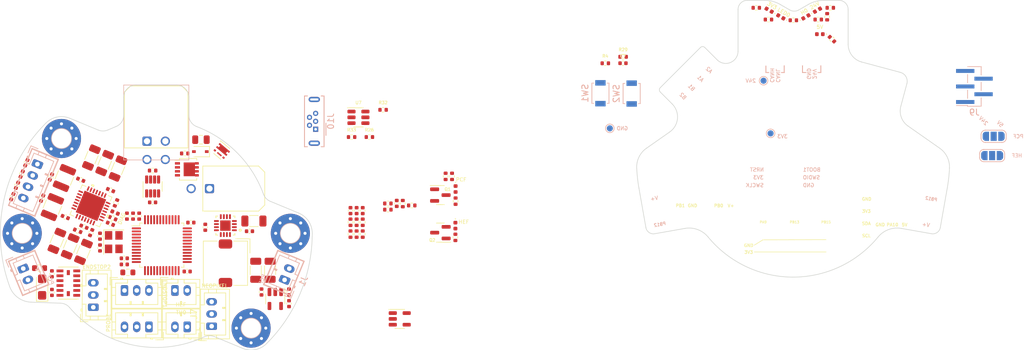
<source format=kicad_pcb>
(kicad_pcb (version 20211014) (generator pcbnew)
  (title_block (rev "1"))
  (layers (0 "F.Cu" signal "Front") (1 "In1.Cu" signal) (2 "In2.Cu" signal) (31 "B.Cu" signal "Back") (34 "B.Paste" user) (35 "F.Paste" user) (36 "B.SilkS" user "B.Silkscreen") (37 "F.SilkS" user "F.Silkscreen") (38 "B.Mask" user) (39 "F.Mask" user) (44 "Edge.Cuts" user))
  (net 0 "")
  (net 1 "Net-(C1-Pad1)")
  (net 2 "GND")
  (net 3 "OSC_IN")
  (net 4 "VBAT")
  (net 5 "OSC_OUT")
  (net 6 "VDDA")
  (net 7 "TH0")
  (net 8 "+5V")
  (net 9 "ENDSTOP1")
  (net 10 "ENDSTOP2")
  (net 11 "PROBE")
  (net 12 "TMC_VS")
  (net 13 "Net-(C26-Pad1)")
  (net 14 "CANL")
  (net 15 "CANH")
  (net 16 "BRA")
  (net 17 "A1")
  (net 18 "A2")
  (net 19 "Net-(C22-Pad1)")
  (net 20 "B1")
  (net 21 "B2")
  (net 22 "BRB")
  (net 23 "Net-(C22-Pad2)")
  (net 24 "Net-(D1-Pad1)")
  (net 25 "Net-(D1-Pad2)")
  (net 26 "Net-(D2-Pad1)")
  (net 27 "Net-(D2-Pad2)")
  (net 28 "Net-(J6-Pad2)")
  (net 29 "Net-(D3-Pad2)")
  (net 30 "Net-(D4-Pad1)")
  (net 31 "Net-(D5-Pad1)")
  (net 32 "Net-(D6-Pad1)")
  (net 33 "Net-(D7-Pad1)")
  (net 34 "Net-(D9-Pad2)")
  (net 35 "Net-(J1-Pad2)")
  (net 36 "Net-(J3-Pad2)")
  (net 37 "Net-(J4-Pad1)")
  (net 38 "Net-(J7-Pad2)")
  (net 39 "SCL")
  (net 40 "SDA")
  (net 41 "SWCLK")
  (net 42 "SWDIO")
  (net 43 "BOOT1")
  (net 44 "USB_DP")
  (net 46 "USB_DM")
  (net 47 "Net-(C28-Pad2)")
  (net 48 "Net-(J10-Pad1)")
  (net 49 "Net-(J13-Pad3)")
  (net 50 "Net-(J14-Pad3)")
  (net 51 "Net-(J10-Pad2)")
  (net 52 "PC-FAN")
  (net 53 "HE-FAN")
  (net 54 "HEATER")
  (net 55 "LED0")
  (net 56 "ST_ENN")
  (net 57 "ST_DIAG")
  (net 58 "ST_TX")
  (net 59 "ST_RX")
  (net 60 "CAN_TX")
  (net 61 "CAN_RX")
  (net 63 "ADXL_CS")
  (net 64 "ADXL_INT1")
  (net 68 "SDO")
  (net 69 "SDI")
  (net 70 "SCLK")
  (net 73 "NEOPIXEL")
  (net 74 "ST_STEP")
  (net 75 "ST_DIR")
  (net 81 "Net-(C27-Pad1)")
  (net 82 "Net-(C26-Pad2)")
  (net 87 "Net-(J12-Pad3)")
  (net 88 "Net-(R33-Pad2)")
  (net 89 "Net-(J10-Pad3)")
  (net 95 "Net-(Q3-Pad2)")
  (net 96 "RESET")
  (net 97 "BOOT0")
  (net 98 "Net-(Q1-Pad1)")
  (net 99 "Net-(Q2-Pad1)")
  (net 100 "PWR")
  (net 101 "Net-(F1-Pad1)")
  (net 102 "Net-(D8-Pad2)")
  (net 103 "Net-(R32-Pad2)")
  (footprint "Crystal:Crystal_SMD_3225-4Pin_3.2x2.5mm" (layer "F.Cu") (at 102.9 84.1 -90)
    (fp_text reference "Y1" hide)
    (fp_text value "8MHz" hide)
  )
  (footprint "Capacitor_SMD:C_0402_1005Metric" (layer "F.Cu") (at 92.62238 73.455869 67.5)
    (fp_text reference "C35" hide)
    (fp_text value "100n/35V" hide)
  )
  (footprint "Capacitor_SMD:C_0402_1005Metric" (layer "F.Cu") (at 87.079064 74.818238 67.5)
    (fp_text reference "C41" hide)
    (fp_text value "1n/50V" hide)
  )
  (footprint "Resistor_SMD:R_0402_1005Metric" (layer "F.Cu") (at 141.6 80.85 -90)
    (fp_text reference "R22" hide)
    (fp_text value "10k" hide)
  )
  (footprint "Resistor_SMD:R_0603_1608Metric" (layer "F.Cu") (at 90.762401 88.349999 180)
    (fp_text reference "FB1" hide)
    (fp_text value "GZ1608D601TF" hide)
  )
  (footprint "MountingHole:MountingHole_3.2mm_M3_Pad_Via" (layer "F.Cu") (at 125.347679 98.159769)
    (fp_text reference "H4" hide)
    (fp_text value "MountingHole_Pad" hide)
  )
  (footprint "Connector_JST:JST_PH_B3B-PH-K_1x03_P2.00mm_Vertical" (layer "F.Cu") (at 104.65 92)
    (fp_text reference "J12" hide)
    (fp_text value "ENDSTOP1")
  )
  (footprint "Capacitor_SMD:C_0402_1005Metric" (layer "F.Cu") (at 87.844432 72.970478 67.5)
    (fp_text reference "C36" hide)
    (fp_text value "1n/50V" hide)
  )
  (footprint "Capacitor_SMD:C_0402_1005Metric" (layer "F.Cu") (at 92.787401 92.319999 90)
    (fp_text reference "C3" hide)
    (fp_text value "100n" hide)
  )
  (footprint "Capacitor_SMD:C_0402_1005Metric" (layer "F.Cu") (at 86.313697 76.665997 67.5)
    (fp_text reference "C45" hide)
    (fp_text value "1n/50V" hide)
  )
  (footprint "Resistor_SMD:R_0402_1005Metric" (layer "F.Cu") (at 141.6 82.79 -90)
    (fp_text reference "R21" hide)
    (fp_text value "10k" hide)
  )
  (footprint "Resistor_SMD:R_0402_1005Metric" (layer "F.Cu") (at 103.26203 77.689774 -112.5)
    (fp_text reference "R25" hide)
    (fp_text value "1k" hide)
  )
  (footprint "Resistor_SMD:R_0402_1005Metric" (layer "F.Cu") (at 186.17 53.8)
    (fp_text reference "R29")
    (fp_text value "100k")
  )
  (footprint "Resistor_SMD:R_0402_1005Metric" (layer "F.Cu") (at 147.71 78.79 180)
    (fp_text reference "R5" hide)
    (fp_text value "10k" hide)
  )
  (footprint "Package_TO_SOT_SMD:SOT-23-5" (layer "F.Cu") (at 129.3 93.4 -90)
    (fp_text reference "U4" hide)
    (fp_text value "LP5907MFX-3.3" hide)
  )
  (footprint "Resistor_SMD:R_0402_1005Metric" (layer "F.Cu") (at 209.93 47.71 180)
    (fp_text reference "R20" hide)
    (fp_text value "120" hide)
  )
  (footprint "Resistor_SMD:R_0402_1005Metric" (layer "F.Cu") (at 207.94 45.79 180)
    (fp_text reference "R17" hide)
    (fp_text value "120" hide)
  )
  (footprint "Capacitor_SMD:C_1206_3216Metric" (layer "F.Cu") (at 103.586815 72.071388 67.5)
    (fp_text reference "C44" hide)
    (fp_text value "10u/35V" hide)
  )
  (footprint "Capacitor_SMD:C_0402_1005Metric" (layer "F.Cu") (at 131.55 94.15 90)
    (fp_text reference "C18" hide)
    (fp_text value "1u" hide)
  )
  (footprint "Capacitor_SMD:C_0402_1005Metric" (layer "F.Cu") (at 106.05 79.85 90)
    (fp_text reference "C6" hide)
    (fp_text value "100n" hide)
  )
  (footprint "Resistor_SMD:R_0402_1005Metric" (layer "F.Cu") (at 97 82.25 157.5)
    (fp_text reference "R23" hide)
    (fp_text value "100k" hide)
  )
  (footprint "TS30041:Semtech-QFN16-0-0-0" (layer "F.Cu") (at 121.145001 81.4 180)
    (fp_text reference "U6" hide)
    (fp_text value "TS30041-M050QFNR" hide)
  )
  (footprint "Resistor_SMD:R_0402_1005Metric" (layer "F.Cu") (at 183.26 54.86)
    (fp_text reference "R4")
    (fp_text value "10k")
  )
  (footprint "Capacitor_SMD:C_0402_1005Metric" (layer "F.Cu") (at 186.15 54.85)
    (fp_text reference "C7")
    (fp_text value "100n")
  )
  (footprint "Capacitor_Tantalum_SMD:CP_EIA-3216-18_Kemet-A" (layer "F.Cu") (at 91.187401 91.449999 90)
    (fp_text reference "C1" hide)
    (fp_text value "10u" hide)
  )
  (footprint "LED_SMD:LED_0402_1005Metric" (layer "F.Cu") (at 211.949978 47.27 150)
    (fp_text reference "D7" hide)
    (fp_text value "LED0")
  )
  (footprint "Capacitor_SMD:C_0402_1005Metric" (layer "F.Cu") (at 100.65 83.13 -90)
    (fp_text reference "C2" hide)
    (fp_text value "12p" hide)
  )
  (footprint "Resistor_SMD:R_0402_1005Metric" (layer "F.Cu") (at 219.53 47.25 90)
    (fp_text reference "R9" hide)
    (fp_text value "150" hide)
  )
  (footprint "LED_SMD:LED_0402_1005Metric" (layer "F.Cu") (at 210.04 46.18 150)
    (fp_text reference "D6" hide)
    (fp_text value "3V3")
  )
  (footprint "MountingHole:MountingHole_3.2mm_M3_Pad_Via" (layer "F.Cu") (at 94.348117 67.160207)
    (fp_text reference "H3" hide)
    (fp_text value "MountingHole_Pad" hide)
  )
  (footprint "Capacitor_SMD:C_0402_1005Metric" (layer "F.Cu") (at 100.65 85.05 90)
    (fp_text reference "C5" hide)
    (fp_text value "12p" hide)
  )
  (footprint "Capacitor_SMD:C_1206_3216Metric" (layer "F.Cu") (at 93.6 83.9 -112.5)
    (fp_text reference "C43" hide)
    (fp_text value "10u/35V" hide)
  )
  (footprint "Connector_JST:JST_PH_B2B-PH-K_1x02_P2.00mm_Vertical" (layer "F.Cu") (at 114.9 97.95 180)
    (fp_text reference "J3" hide)
    (fp_text value "HEF")
  )
  (footprint "Capacitor_SMD:C_1206_3216Metric" (layer "F.Cu") (at 99.244583 70.272777 67.5)
    (fp_text reference "C25" hide)
    (fp_text value "10u/35V" hide)
  )
  (footprint "Package_TO_SOT_SMD:SOT-23-5" (layer "F.Cu") (at 149.65 96.65)
    (fp_text reference "U3" hide)
    (fp_text value "74LVC1G17" hide)
  )
  (footprint "Package_TO_SOT_SMD:Vishay_PowerPAK_SC70-6L_Single" (layer "F.Cu") (at 120.55 69.2 -40)
    (fp_text reference "Q4" hide)
    (fp_text value "SiA449DJ" hide)
  )
  (footprint "Capacitor_SMD:C_0402_1005Metric" (layer "F.Cu") (at 141.6 78.95 90)
    (fp_text reference "C23" hide)
    (fp_text value "100n" hide)
  )
  (footprint "Package_QFP:LQFP-48_7x7mm_P0.5mm" (layer "F.Cu") (at 110.75 84.6)
    (fp_text reference "U2" hide)
    (fp_text value "STM32F103C8Tx" hide)
  )
  (footprint "Resistor_SMD:R_0402_1005Metric" (layer "F.Cu") (at 218.07 47.71 180)
    (fp_text reference "R10" hide)
    (fp_text value "2.2k" hide)
  )
  (footprint "Capacitor_SMD:C_0402_1005Metric" (layer "F.Cu") (at 107.05 79.85 90)
    (fp_text reference "C11" hide)
    (fp_text value "4.7u" hide)
  )
  (footprint "Resistor_SMD:R_0402_1005Metric" (layer "F.Cu") (at 143.6 82.79 -90)
    (fp_text reference "R14" hide)
    (fp_text value "10k" hide)
  )
  (footprint "Capacitor_SMD:C_0402_1005Metric" (layer "F.Cu") (at 115.5 80.9)
    (fp_text reference "C9" hide)
    (fp_text value "100n" hide)
  )
  (footprint "Resistor_SMD:R_0402_1005Metric" (layer "F.Cu") (at 102.72648 80.184746 157.5)
    (fp_text reference "R24" hide)
    (fp_text value "120" hide)
  )
  (footprint "Connector_JST:JST_PH_B3B-PH-K_1x03_P2.00mm_Vertical" (layer "F.Cu") (at 118.9 97.85 90)
    (fp_text reference "J7")
    (fp_text value "NEOPIXEL")
  )
  (footprint "LED_SMD:LED_0402_1005Metric" (layer "F.Cu") (at 103.109164 79.260867 -22.5)
    (fp_text reference "D9" hide)
    (fp_text value "DIAG")
  )
  (footprint "Capacitor_SMD:C_0402_1005Metric" (layer "F.Cu") (at 104.62 86.745 180)
    (fp_text reference "C13" hide)
    (fp_text value "1u" hide)
  )
  (footprint "Capacitor_SMD:C_1206_3216Metric" (layer "F.Cu") (at 97.942237 85.698611 -112.5)
    (fp_text reference "C31" hide)
    (fp_text value "10u/35V" hide)
  )
  (footprint "Resistor_SMD:R_1210_3225Metric" (layer "F.Cu") (at 92.859587 78.370767 67.5)
    (fp_text reference "R30" hide)
    (fp_text value "0.5Ω, 1%, 0.5W, 1210" hide)
  )
  (footprint "footprints:TMC2209-LA" (layer "F.Cu") (at 99.16687 78.16911 67.5)
    (fp_text reference "U5" hide)
    (fp_text value "TMC2209-LA" hide)
  )
  (footprint "Resistor_SMD:R_0402_1005Metric" (layer "F.Cu") (at 109.25 72.4 180)
    (fp_text reference "R27" hide)
    (fp_text value "120R" hide)
  )
  (footprint "Resistor_SMD:R_0402_1005Metric" (layer "F.Cu") (at 144.69 66.92)
    (fp_text reference "R26")
    (fp_text value "1.5k")
  )
  (footprint "Capacitor_SMD:C_1206_3216Metric" (layer "F.Cu") (at 128.4575 88.7 90)
    (fp_text reference "C30" hide)
    (fp_text value "22u" hide)
  )
  (footprint "Resistor_SMD:R_0402_1005Metric" (layer "F.Cu") (at 143.6 80.85 90)
    (fp_text reference "R15" hide)
    (fp_text value "10k" hide)
  )
  (footprint "Resistor_SMD:R_0402_1005Metric" (layer "F.Cu") (at 150.15 77.8 90)
    (fp_text reference "R12" hide)
    (fp_text value "10k" hide)
  )
  (footprint "Resistor_SMD:R_0402_1005Metric" (layer "F.Cu") (at 214 47.83 180)
    (fp_text reference "R13" hide)
    (fp_text value "2.2k" hide)
  )
  (footprint "Resistor_SMD:R_0402_1005Metric" (layer "F.Cu") (at 158.75 83.319999 90)
    (fp_text reference "R7" hide)
    (fp_text value "2.2k" hide)
  )
  (footprint "Resistor_SMD:R_0402_1005Metric" (layer "F.Cu") (at 141.78 66.92)
    (fp_text reference "R33")
    (fp_text value "27")
  )
  (footprint "Resistor_SMD:R_0402_1005Metric" (layer "F.Cu") (at 158.78 77.4 90)
    (fp_text reference "R3" hide)
    (fp_text value "2.2k" hide)
  )
  (footprint "Resistor_SMD:R_0402_1005Metric" (layer "F.Cu") (at 220.04 45.79 180)
    (fp_text reference "R8" hide)
    (fp_text value "10k" hide)
  )
  (footprint "Capacitor_SMD:C_0402_1005Metric" (layer "F.Cu") (at 117.8575 81.67 90)
    (fp_text reference "C22" hide)
    (fp_text value "22n" hide)
  )
  (footprint "Capacitor_SMD:C_0402_1005Metric" (layer "F.Cu") (at 127.049999 92.250001 -90)
    (fp_text reference "C15" hide)
    (fp_text value "1u" hide)
  )
  (footprint "Connector_Molex:Molex_Micro-Fit_3.0_43045-0400_2x02_P3.00mm_Horizontal" (layer "F.Cu") (at 108.33 67.595)
    (fp_text reference "J11" hide)
    (fp_text value "CAN" hide)
  )
  (footprint "Capacitor_SMD:C_0402_1005Metric" (layer "F.Cu") (at 149.16 77.77 -90)
    (fp_text reference "C14" hide)
    (fp_text value "100n" hide)
  )
  (footprint "Capacitor_SMD:C_0402_1005Metric" (layer "F.Cu") (at 109.25 77.6)
    (fp_text reference "C40" hide)
    (fp_text value "100n" hide)
  )
  (footprint "Capacitor_SMD:C_0402_1005Metric" (layer "F.Cu") (at 143.6 78.95 90)
    (fp_text reference "C17" hide)
    (fp_text value "100n" hide)
  )
  (footprint "Capacitor_SMD:C_0402_1005Metric" (layer "F.Cu") (at 105.05 79.85 90)
    (fp_text reference "C10" hide)
    (fp_text value "100n" hide)
  )
  (footprint "Connector_Molex:Molex_Micro-Fit_3.0_43045-0200_2x01_P3.00mm_Horizontal" (layer "F.Cu") (at 118.55 75.35 -90)
    (fp_text reference "J6" hide)
    (fp_text value "H0" hide)
  )
  (footprint "Capacitor_SMD:C_0402_1005Metric" (layer "F.Cu") (at 114.9 88.9)
    (fp_text reference "C8" hide)
    (fp_text value "100n" hide)
  )
  (footprint "MountingHole:MountingHole_3.2mm_M3_Pad_Via" (layer "F.Cu") (at 87.927898 82.659988)
    (fp_text reference "H2" hide)
    (fp_text value "MountingHole_Pad" hide)
  )
  (footprint "Capacitor_SMD:C_0402_1005Metric" (layer "F.Cu") (at 98.024964 81.579199 -22.5)
    (fp_text reference "C26" hide)
    (fp_text value "22n/50V" hide)
  )
  (footprint "Connector_JST:JST_PH_B2B-PH-K_1x02_P2.00mm_Vertical" (layer "F.Cu") (at 112.9 92)
    (fp_text reference "J4" hide)
    (fp_text value "TH0")
  )
  (footprint "MountingHole:MountingHole_3.2mm_M3_Pad_Via" (layer "F.Cu") (at 131.767898 82.659988)
    (fp_text reference "H1" hide)
    (fp_text value "MountingHole_Pad" hide)
  )
  (footprint "Capacitor_SMD:C_0402_1005Metric" (layer "F.Cu") (at 102.373812 75.600858 -22.5)
    (fp_text reference "C47" hide)
    (fp_text value "100n" hide)
  )
  (footprint "Resistor_SMD:R_0402_1005Metric" (layer "F.Cu") (at 147.71 77.78)
    (fp_text reference "R6" hide)
    (fp_text value "150" hide)
  )
  (footprint "Capacitor_SMD:C_0402_1005Metric" (layer "F.Cu") (at 94.966079 80.00098 157.5)
    (fp_text reference "C38" hide)
    (fp_text value "100n/35V" hide)
  )
  (footprint "Resistor_SMD:R_0603_1608Metric" (layer "F.Cu") (at 105.2 89.05)
    (fp_text reference "FB2" hide)
    (fp_text value "GZ1608D601TF" hide)
  )
  (footprint "Connector_JST:JST_PH_B3B-PH-K_1x03_P2.00mm_Vertical" (layer "F.Cu") (at 108.65 97.95 180)
    (fp_text reference "J14" hide)
    (fp_text value "PROBE")
  )
  (footprint "Capacitor_SMD:C_1206_3216Metric" (layer "F.Cu") (at 125.8075 80.65)
    (fp_text reference "C20" hide)
    (fp_text value "10u/35V" hide)
  )
  (footprint "Capacitor_SMD:C_0402_1005Metric" (layer "F.Cu") (at 99.2 82.55 -112.5)
    (fp_text reference "C27" hide)
    (fp_text value "100n/35V" hide)
  )
  (footprint "Resistor_SMD:R_0402_1005Metric" (layer "F.Cu") (at 157.15 73.35 -90)
    (fp_text reference "R1" hide)
    (fp_text value "10k" hide)
  )
  (footprint "footprints:AON7418" (layer "F.Cu") (at 114.845 72.2)
    (fp_text reference "Q3" hide)
    (fp_text value "AON7418" hide)
  )
  (footprint "Capacitor_SMD:C_0402_1005Metric" (layer "F.Cu") (at 102.35 81.1 157.5)
    (fp_text reference "C28" hide)
    (fp_text value "4.7u" hide)
  )
  (footprint "Inductor_SMD:L_TDK_SLF7045" (layer "F.Cu") (at 121.1575 87.55 -90)
    (fp_text reference "L1" hide)
    (fp_text value "4.7u" hide)
  )
  (footprint "Resistor_SMD:R_0402_1005Metric" (layer "F.Cu") (at 142.6 82.79 -90)
    (fp_text reference "R18" hide)
    (fp_text value "10k" hide)
  )
  (footprint "Diode_SMD:D_SOD-323" (layer "F.Cu") (at 117.05 69.3 180)
    (fp_text reference "D8" hide)
    (fp_text value "15V" hide)
  )
  (footprint "LED_SMD:LED_0402_1005Metric" (layer "F.Cu") (at 158.75 81.4 -90)
    (fp_text reference "D2" hide)
    (fp_text value "HEF")
  )
  (footprint "Resistor_SMD:R_0402_1005Metric" (layer "F.Cu") (at 158.2 73.35 90)
    (fp_text reference "R2" hide)
    (fp_text value "150" hide)
  )
  (footprint "Capacitor_SMD:C_0402_1005Metric" (layer "F.Cu") (at 131.55 92.250001 -90)
    (fp_text reference "C16" hide)
    (fp_text value "1u" hide)
  )
  (footprint "Capacitor_SMD:C_0402_1005Metric" (layer "F.Cu") (at 142.6 78.95 90)
    (fp_text reference "C19" hide)
    (fp_text value "100n" hide)
  )
  (footprint "LED_SMD:LED_0402_1005Metric" (layer "F.Cu") (at 217.940022 46.1775 30)
    (fp_text reference "D4" hide)
    (fp_text value "24V")
  )
  (footprint "Capacitor_SMD:C_1206_3216Metric" (layer "F.Cu") (at 126.107499 88.7 90)
    (fp_text reference "C24" hide)
    (fp_text value "22u" hide)
  )
  (footprint "footprints:ADXL345BCCZ-RL7" (layer "F.Cu") (at 95.470901 90.799999)
    (fp_text reference "U1" hide)
    (fp_text value "ADXL345BCCZ-RL7" hide)
  )
  (footprint "LED_SMD:LED_0402_1005Metric" (layer "F.Cu") (at 158.78 75.4175 -90)
    (fp_text reference "D1" hide)
    (fp_text value "PCF")
  )
  (footprint "Resistor_SMD:R_0402_1005Metric" (layer "F.Cu") (at 114.5 69.6)
    (fp_text reference "R31" hide)
    (fp_text value "100k" hide)
  )
  (footprint "Capacitor_SMD:C_0402_1005Metric" (layer "F.Cu") (at 125.0875 82.32)
    (fp_text reference "C21" hide)
    (fp_text value "100n/35V" hide)
  )
  (footprint "Connector_JST:JST_PH_B3B-PH-K_1x03_P2.00mm_Vertical" (layer "F.Cu") (at 99.55 94.75 90)
    (fp_text reference "J13" hide)
    (fp_text value "ENDSTOP2")
  )
  (footprint "Resistor_SMD:R_0402_1005Metric" (layer "F.Cu") (at 142.6 80.85 90)
    (fp_text reference "R19" hide)
    (fp_text value "10k" hide)
  )
  (footprint "Package_TO_SOT_SMD:SOT-23-6" (layer "F.Cu") (at 142.9 63.7)
    (fp_text reference "U7")
    (fp_text value "USBLC6-2SC6")
  )
  (footprint "LED_SMD:LED_0402_1005Metric" (layer "F.Cu") (at 216.05 47.27 30)
    (fp_text reference "D3" hide)
    (fp_text value "H0")
  )
  (footprint "Capacitor_SMD:C_0402_1005Metric" (layer "F.Cu") (at 104.62 87.745001 180)
    (fp_text reference "C12" hide)
    (fp_text value "100n" hide)
  )
  (footprint "Fuse:Fuse_0805_2012Metric" (layer "F.Cu") (at 117.15 67.35 180)
    (fp_text reference "F1" hide)
    (fp_text value "3.5A" hide)
  )
  (footprint "Capacitor_SMD:C_0402_1005Metric" (layer "F.Cu") (at 91.187317 76.920416 -112.5)
    (fp_text reference "C46" hide)
    (fp_text value "100n/35V" hide)
  )
  (footprint "LED_SMD:LED_0402_1005Metric" (layer "F.Cu") (at 218.3325 50.1 180)
    (fp_text reference "D5" hide)
    (fp_text value "5V")
  )
  (footprint "Package_TO_SOT_SMD:SOT-23" (layer "F.Cu") (at 156.3 82.55 180)
    (fp_text reference "Q2")
    (fp_text value "AO3400A")
  )
  (footprint "Capacitor_SMD:C_0402_1005Metric" (layer "F.Cu") (at 88.609799 71.122721 67.5)
    (fp_text reference "C37" hide)
    (fp_text value "1n/50V" hide)
  )
  (footprint "Resistor_SMD:R_0402_1005Metric" (layer "F.Cu") (at 146.93 62.47)
    (fp_text reference "R32")
    (fp_text value "27")
  )
  (footprint "Capacitor_SMD:C_1206_3216Metric" (layer "F.Cu") (at 95.771118 84.799306 -112.5)
    (fp_text reference "C42" hide)
    (fp_text value "10u/35V" hide)
  )
  (footprint "Package_TO_SOT_SMD:SOT-23" (layer "F.Cu") (at 156.29 76.41)
    (fp_text reference "Q1")
    (fp_text value "AO3400A")
  )
  (footprint "Resistor_SMD:R_0402_1005Metric" (layer "F.Cu") (at 220.3125 50.92 -45)
    (fp_text reference "R16" hide)
    (fp_text value "300" hide)
  )
  (footprint "Capacitor_SMD:C_0402_1005Metric" (layer "F.Cu") (at 92.787401 89.279999 -90)
    (fp_text reference "C4" hide)
    (fp_text value "100n" hide)
  )
  (footprint "Capacitor_SMD:C_1206_3216Metric" (layer "F.Cu") (at 101.415699 71.172083 67.5)
    (fp_text reference "C39" hide)
    (fp_text value "10u/35V" hide)
  )
  (footprint "Package_TO_SOT_SMD:TSOT-23-8" (layer "F.Cu") (at 109.25 75 90)
    (fp_text reference "U8" hide)
    (fp_text value "TCAN330" hide)
  )
  (footprint "Resistor_SMD:R_1210_3225Metric" (layer "F.Cu") (at 94.830403 73.61279 -112.5)
    (fp_text reference "R28" hide)
    (fp_text value "0.5Ω, 1%, 0.5W, 1210" hide)
  )
  (footprint "Capacitor_SMD:C_0402_1005Metric" (layer "F.Cu") (at 97.491789 73.903374 157.5)
    (fp_text reference "C34" hide)
    (fp_text value "100n/35V" hide)
  )
  (footprint "Resistor_SMD:R_0402_1005Metric" (layer "F.Cu") (at 151.61 78.1 180)
    (fp_text reference "R11" hide)
    (fp_text value "2.2k 0.1%" hide)
  )
  (footprint "Jumper:SolderJumper-3_P1.3mm_Open_RoundedPad1.0x1.5mm_NumberLabels" (layer "B.Cu") (at 246.75 66.8 180)
    (fp_text reference "JP1" hide)
    (fp_text value "PCF")
  )
  (footprint "Connector_JST:JST_PH_B4B-PH-K_1x04_P2.00mm_Vertical" (layer "B.Cu") (at 90.410275 71.348953 -112.5)
    (fp_text reference "J8" hide)
    (fp_text value "STEPPER" hide)
  )
  (footprint "TestPoint:TestPoint_Pad_D1.0mm" (layer "B.Cu") (at 210.28 66.32 180)
    (fp_text reference "TP2" hide)
    (fp_text value "3V3")
  )
  (footprint "Button_Switch_SMD:SW_SPST_B3U-1000P" (layer "B.Cu") (at 182.46 59.76 -90)
    (fp_text reference "SW1")
    (fp_text value "RESET")
  )
  (footprint "TestPoint:TestPoint_Pad_D1.0mm" (layer "B.Cu") (at 209.13 57.71 180)
    (fp_text reference "TP3" hide)
    (fp_text value "24V")
  )
  (footprint "TestPoint:TestPoint_Pad_D1.0mm" (layer "B.Cu") (at 184 65.5 180)
    (fp_text reference "TP4" hide)
    (fp_text value "GND")
  )
  (footprint "Connector_PinHeader_1.27mm:PinHeader_1x05_P1.27mm_Vertical_SMD_Pin1Left" (layer "B.Cu") (at 243.6 58.65)
    (fp_text reference "J9")
    (fp_text value "DEBUG")
  )
  (footprint "Connector_JST:JST_PH_B2B-PH-K_1x02_P2.00mm_Vertical" (layer "B.Cu") (at 88.1 88.42 -67.5)
    (fp_text reference "J2" hide)
    (fp_text value "PCF")
  )
  (footprint "Jumper:SolderJumper-3_P1.3mm_Open_RoundedPad1.0x1.5mm_NumberLabels" (layer "B.Cu") (at 246.5 69.95 180)
    (fp_text reference "JP2" hide)
    (fp_text value "HEF")
  )
  (footprint "Connector_USB:USB_Micro-B_Wuerth_614105150721_Vertical" (layer "B.Cu") (at 135.9 65.65 90)
    (fp_text reference "J10")
    (fp_text value "USB_B_Micro")
  )
  (footprint "Connector_JST:JST_PH_B2B-PH-K_1x02_P2.00mm_Vertical" (layer "B.Cu") (at 130.825451 90.274356 67.5)
    (fp_text reference "J1")
    (fp_text value "PCF")
  )
  (footprint "Button_Switch_SMD:SW_SPST_B3U-1000P" (layer "B.Cu") (at 187.57 59.81 -90)
    (fp_text reference "SW2")
    (fp_text value "BOOT0")
  )
  (gr_line (start 212.51 56.38) (end 212.06 56.38) (layer "B.SilkS") (width 0.1524))
  (gr_line locked (start 92.195796 91) (end 89.937964 85.549111) (layer "B.SilkS") (width 0.1))
  (gr_line (start 215.5 56.375) (end 215.5 55.26) (layer "B.SilkS") (width 0.1524))
  (gr_line locked (start 89.937964 85.549111) (end 85.780506 87.271187) (layer "B.SilkS") (width 0.1))
  (gr_circle locked (center 94.348117 67.160207) (end 95.998117 67.160207) (layer "B.SilkS") (width 0.1) (fill none))
  (gr_line locked (start 89.569072 68.902382) (end 93.72653 70.624457) (layer "B.SilkS") (width 0.1))
  (gr_line locked (start 133.91529 87.271187) (end 131.657458 92.722076) (layer "B.SilkS") (width 0.1))
  (gr_line (start 209.97 56.38) (end 209.51 56.38) (layer "B.SilkS") (width 0.1524))
  (gr_line locked (start 115.172898 58.419988) (end 115.172898 70.659988) (layer "B.SilkS") (width 0.1))
  (gr_circle locked (center 87.927898 82.659988) (end 89.577898 82.659988) (layer "B.SilkS") (width 0.1) (fill none))
  (gr_line locked (start 104.522898 70.659988) (end 104.522898 58.419988) (layer "B.SilkS") (width 0.1))
  (gr_line (start 218.49 55.26) (end 218.49 56.38) (layer "B.SilkS") (width 0.1524))
  (gr_circle locked (center 125.347679 98.159769) (end 126.997679 98.159769) (layer "B.SilkS") (width 0.1) (fill none))
  (gr_line locked (start 104.522898 58.419988) (end 115.172898 58.419988) (layer "B.SilkS") (width 0.1))
  (gr_line (start 218.49 56.38) (end 218.03 56.38) (layer "B.SilkS") (width 0.1524))
  (gr_line locked (start 85.780506 87.271187) (end 88.038338 92.722076) (layer "B.SilkS") (width 0.1))
  (gr_line locked (start 93.72653 70.624457) (end 89.937964 79.770865) (layer "B.SilkS") (width 0.1))
  (gr_line (start 212.51 55.26) (end 212.51 56.38) (layer "B.SilkS") (width 0.1524))
  (gr_line locked (start 89.937964 79.770865) (end 85.780506 78.048789) (layer "B.SilkS") (width 0.1))
  (gr_line (start 209.51 56.38) (end 209.51 55.31) (layer "B.SilkS") (width 0.1524))
  (gr_line locked (start 131.657458 92.722076) (end 127.5 91) (layer "B.SilkS") (width 0.1))
  (gr_line locked (start 88.038338 92.722076) (end 92.195796 91) (layer "B.SilkS") (width 0.1))
  (gr_line locked (start 129.757832 85.549111) (end 133.91529 87.271187) (layer "B.SilkS") (width 0.1))
  (gr_line locked (start 115.172898 70.659988) (end 104.522898 70.659988) (layer "B.SilkS") (width 0.1))
  (gr_circle locked (center 131.767898 82.659988) (end 133.417898 82.659988) (layer "B.SilkS") (width 0.1) (fill none))
  (gr_line locked (start 85.780506 78.048789) (end 89.569072 68.902382) (layer "B.SilkS") (width 0.1))
  (gr_line locked (start 127.5 91) (end 129.757832 85.549111) (layer "B.SilkS") (width 0.1))
  (gr_line (start 216.05 56.375) (end 215.5 56.375) (layer "B.SilkS") (width 0.1524))
  (gr_line (start 207.63 85.71) (end 219.34 85.71) (layer "F.SilkS") (width 0.1))
  (gr_line (start 209.05 83.72) (end 219.34 83.7) (layer "F.SilkS") (width 0.1))
  (gr_line (start 209.05 83.71) (end 207.62 84.59) (layer "F.SilkS") (width 0.1))
  (gr_line (start 232.749643 65.120221) (end 237.930908 68.748183) (layer "Edge.Cuts") (width 0.1))
  (gr_arc locked (start 117.71986 99.576209) (mid 105.885314 100.892493) (end 95.664697 94.782823) (layer "Edge.Cuts") (width 0.1))
  (gr_arc (start 216.453844 45.239874) (mid 217.659749 44.740372) (end 218.953844 44.570003) (layer "Edge.Cuts") (width 0.1))
  (gr_arc locked (start 128.48927 77.426972) (mid 127.810453 76.962807) (end 127.37579 76.264732) (layer "Edge.Cuts") (width 0.1))
  (gr_line (start 211.846148 45.239874) (end 213.399996 46.136989) (layer "Edge.Cuts") (width 0.1))
  (gr_line (start 204.959997 52.884084) (end 204.959996 46.070002) (layer "Edge.Cuts") (width 0.1))
  (gr_arc (start 204.959997 52.884084) (mid 203.725364 54.731844) (end 201.545783 54.298298) (layer "Edge.Cuts") (width 0.1))
  (gr_arc locked (start 116.463735 65.214157) (mid 115.526944 64.480257) (end 115.172898 63.344107) (layer "Edge.Cuts") (width 0.1))
  (gr_line (start 232.563765 58.187213) (end 231.572595 61.886308) (layer "Edge.Cuts") (width 0.1))
  (gr_arc (start 225.183538 54.656774) (mid 223.579936 53.58528) (end 222.959997 51.758996) (layer "Edge.Cuts") (width 0.1))
  (gr_line locked (start 128.48927 77.426972) (end 133.137905 79.352499) (layer "Edge.Cuts") (width 0.1))
  (gr_arc (start 198.815452 52.275074) (mid 199.169006 52.128628) (end 199.522559 52.275074) (layer "Edge.Cuts") (width 0.1))
  (gr_arc (start 227.85474 83.262733) (mid 229.566758 82.04626) (end 231.658533 81.858401) (layer "Edge.Cuts") (width 0.1))
  (gr_line (start 206.459997 44.570002) (end 209.346148 44.570003) (layer "Edge.Cuts") (width 0.1))
  (gr_arc (start 209.346148 44.570003) (mid 210.640243 44.740373) (end 211.846148 45.239874) (layer "Edge.Cuts") (width 0.1))
  (gr_line (start 222.959996 46.070002) (end 222.959997 51.758996) (layer "Edge.Cuts") (width 0.1))
  (gr_arc locked (start 113.172898 58.419988) (mid 114.587112 59.005774) (end 115.172898 60.419988) (layer "Edge.Cuts") (width 0.1))
  (gr_arc locked (start 135.347898 82.659988) (mid 133.406826 92.418415) (end 127.879121 100.691211) (layer "Edge.Cuts") (width 0.1))
  (gr_arc (start 191.340919 82.726025) (mid 190.406888 82.518955) (end 189.892848 81.712075) (layer "Edge.Cuts") (width 0.1))
  (gr_arc locked (start 104.522898 63.344107) (mid 104.168852 64.480257) (end 103.232061 65.214157) (layer "Edge.Cuts") (width 0.1))
  (gr_line (start 214.899996 46.13699) (end 216.453844 45.239874) (layer "Edge.Cuts") (width 0.1))
  (gr_arc (start 188.393929 71.991719) (mid 188.774921 70.165076) (end 189.989084 68.748183) (layer "Edge.Cuts") (width 0.1))
  (gr_line (start 196.261459 81.858401) (end 191.340919 82.726025) (layer "Edge.Cuts") (width 0.1))
  (gr_arc (start 238.027145 81.712075) (mid 237.513106 82.518955) (end 236.579074 82.726025) (layer "Edge.Cuts") (width 0.1))
  (gr_line locked (start 106.522898 58.419988) (end 113.172898 58.419988) (layer "Edge.Cuts") (width 0.1))
  (gr_line (start 225.183538 54.656774) (end 231.503105 56.350096) (layer "Edge.Cuts") (width 0.1))
  (gr_arc (start 231.503105 56.350096) (mid 232.413914 57.048985) (end 232.563765 58.187213) (layer "Edge.Cuts") (width 0.1))
  (gr_arc locked (start 127.879121 100.691211) (mid 126.046102 101.67098) (end 123.977672 101.467257) (layer "Edge.Cuts") (width 0.1))
  (gr_line (start 239.164085 75.264163) (end 238.027145 81.712075) (layer "Edge.Cuts") (width 0.1))
  (gr_line (start 189.892848 81.712075) (end 188.755907 75.264163) (layer "Edge.Cuts") (width 0.1))
  (gr_arc (start 194.189691 61.508606) (mid 195.056955 63.891393) (end 193.7891 66.087382) (layer "Edge.Cuts") (width 0.1))
  (gr_arc (start 204.959996 46.070002) (mid 205.399336 45.009341) (end 206.459997 44.570002) (layer "Edge.Cuts") (width 0.1))
  (gr_line locked (start 94.214972 94.083538) (end 89.367651 93.912325) (layer "Edge.Cuts") (width 0.1))
  (gr_arc (start 196.261459 81.858401) (mid 198.353234 82.046261) (end 200.065252 83.262734) (layer "Edge.Cuts") (width 0.1))
  (gr_line locked (start 123.977672 101.467257) (end 119.329037 99.54173) (layer "Edge.Cuts") (width 0.1))
  (gr_line locked (start 104.522898 63.344107) (end 104.522898 60.419988) (layer "Edge.Cuts") (width 0.1))
  (gr_line (start 218.953844 44.570003) (end 221.459996 44.570003) (layer "Edge.Cuts") (width 0.1))
  (gr_arc (start 192.239359 59.558274) (mid 192.092911 59.204721) (end 192.239359 58.851167) (layer "Edge.Cuts") (width 0.1))
  (gr_arc locked (start 85.885736 91.381502) (mid 84.95235 77.140778) (end 91.816675 64.628765) (layer "Edge.Cuts") (width 0.1))
  (gr_arc (start 221.459996 44.570003) (mid 222.520655 45.009343) (end 222.959996 46.070002) (layer "Edge.Cuts") (width 0.1))
  (gr_line (start 194.189691 61.508606) (end 192.239359 59.558274) (layer "Edge.Cuts") (width 0.1))
  (gr_arc (start 214.899996 46.13699) (mid 214.149996 46.337952) (end 213.399996 46.136989) (layer "Edge.Cuts") (width 0.1))
  (gr_arc (start 239.526063 71.991719) (mid 239.397752 73.633768) (end 239.164085 75.264163) (layer "Edge.Cuts") (width 0.1))
  (gr_arc locked (start 94.214972 94.083538) (mid 95.013286 94.280905) (end 95.664697 94.782823) (layer "Edge.Cuts") (width 0.1))
  (gr_line (start 199.522559 52.275074) (end 201.545783 54.298298) (layer "Edge.Cuts") (width 0.1))
  (gr_arc locked (start 104.522898 60.419988) (mid 105.108684 59.005774) (end 106.522898 58.419988) (layer "Edge.Cuts") (width 0.1))
  (gr_arc locked (start 133.137905 79.352499) (mid 134.744559 80.671047) (end 135.347898 82.659988) (layer "Edge.Cuts") (width 0.1))
  (gr_arc (start 227.85474 83.262733) (mid 213.959996 89.820001) (end 200.065252 83.262734) (layer "Edge.Cuts") (width 0.1))
  (gr_arc (start 188.755907 75.264163) (mid 188.522241 73.633768) (end 188.393929 71.991719) (layer "Edge.Cuts") (width 0.1))
  (gr_line locked (start 101.975936 65.743767) (end 103.232061 65.214157) (layer "Edge.Cuts") (width 0.1))
  (gr_arc locked (start 89.367651 93.912325) (mid 87.239957 93.178987) (end 85.885736 91.381502) (layer "Edge.Cuts") (width 0.1))
  (gr_line (start 236.579074 82.726025) (end 231.658533 81.858401) (layer "Edge.Cuts") (width 0.1))
  (gr_arc locked (start 116.463735 65.214157) (mid 123.124144 69.55016) (end 127.37579 76.264732) (layer "Edge.Cuts") (width 0.1))
  (gr_arc (start 232.749643 65.120221) (mid 231.651295 63.688825) (end 231.572595 61.886308) (layer "Edge.Cuts") (width 0.1))
  (gr_arc (start 237.930908 68.748183) (mid 239.14507 70.165077) (end 239.526063 71.991719) (layer "Edge.Cuts") (width 0.1))
  (gr_line (start 192.239359 58.851167) (end 198.815452 52.275074) (layer "Edge.Cuts") (width 0.1))
  (gr_arc locked (start 91.816675 64.628765) (mid 93.649694 63.648996) (end 95.718124 63.852719) (layer "Edge.Cuts") (width 0.1))
  (gr_line locked (start 95.718124 63.852719) (end 100.366759 65.778246) (layer "Edge.Cuts") (width 0.1))
  (gr_line (start 189.989084 68.748183) (end 193.7891 66.087382) (layer "Edge.Cuts") (width 0.1))
  (gr_arc locked (start 101.975936 65.743767) (mid 101.174969 65.930028) (end 100.366759 65.778246) (layer "Edge.Cuts") (width 0.1))
  (gr_line locked (start 115.172898 60.419988) (end 115.172898 63.344107) (layer "Edge.Cuts") (width 0.1))
  (gr_arc locked (start 117.71986 99.576209) (mid 118.520827 99.389948) (end 119.329037 99.54173) (layer "Edge.Cuts") (width 0.1))
  (gr_text "CANL" (at 211.48 56.89 270) (layer "B.SilkS") (effects (font (size 0.6 0.6) (thickness 0.1)) (justify mirror)))
  (gr_text "BOOT1" (at 217.01 72.26) (layer "B.SilkS") (effects (font (size 0.6 0.6) (thickness 0.1)) (justify mirror)))
  (gr_text "GND" (at 216.49 74.8) (layer "B.SilkS") (effects (font (size 0.6 0.6) (thickness 0.1)) (justify mirror)))
  (gr_text "CANH" (at 210.51 56.83 270) (layer "B.SilkS") (effects (font (size 0.6 0.6) (thickness 0.1)) (justify mirror)))
  (gr_text "24V" (at 217.45 56.62 270) (layer "B.SilkS") (effects (font (size 0.6 0.6) (thickness 0.1)) (justify mirror)))
  (gr_text "GND" (at 216.53 56.58 270) (layer "B.SilkS") (effects (font (size 0.6 0.6) (thickness 0.1)) (justify mirror)))
  (gr_text "PB12" (at 236.55 77.04 350) (layer "B.SilkS") (effects (font (size 0.5 0.5) (thickness 0.1)) (justify mirror)))
  (gr_text "A1" (at 198.81 57.38 315) (layer "B.SilkS") (effects (font (size 0.6 0.6) (thickness 0.1)) (justify mirror)))
  (gr_text "PB12" (at 192.18 81.2 10) (layer "B.SilkS") (effects (font (size 0.5 0.5) (thickness 0.1)) (justify mirror)))
  (gr_text "B2" (at 195.95 60.24 315) (layer "B.SilkS") (effects (font (size 0.6 0.6) (thickness 0.1)) (justify mirror)))
  (gr_text "NRST" (at 208.05 72.26) (layer "B.SilkS") (effects (font (size 0.6 0.6) (thickness 0.1)) (justify mirror)))
  (gr_text "SWCLK\n" (at 207.67 74.8) (layer "B.SilkS") (effects (font (size 0.6 0.6) (thickness 0.1)) (justify mirror)))
  (gr_text "A2" (at 200.22 55.97 315) (layer "B.SilkS") (effects (font (size 0.6 0.6) (thickness 0.1)) (justify mirror)))
  (gr_text "3V3" (at 208.29 73.53) (layer "B.SilkS") (effects (font (size 0.6 0.6) (thickness 0.1)) (justify mirror)))
  (gr_text "B1" (at 197.35 58.84 315) (layer "B.SilkS") (effects (font (size 0.6 0.6) (thickness 0.1)) (justify mirror)))
  (gr_text "SWDIO" (at 216.96 73.53) (layer "B.SilkS") (effects (font (size 0.6 0.6) (thickness 0.1)) (justify mirror)))
  (gr_text "V+" (at 235.68 81.25 350) (layer "B.SilkS") (effects (font (size 0.6 0.6) (thickness 0.1)) (justify mirror)))
  (gr_text "V+" (at 191.26 76.96 10) (layer "B.SilkS") (effects (font (size 0.6 0.6) (thickness 0.1)) (justify mirror)))
  (gr_text "V+" (at 203.79 78.14) (layer "F.SilkS") (effects (font (size 0.5 0.5) (thickness 0.1))))
  (gr_text "PA9" (at 209.06 80.83) (layer "F.SilkS") (effects (font (size 0.4 0.4) (thickness 0.08))))
  (gr_text "PB15" (at 219.34 80.83) (layer "F.SilkS") (effects (font (size 0.4 0.4) (thickness 0.08))))
  (gr_text "PB1" (at 195.52 78.13) (layer "F.SilkS") (effects (font (size 0.5 0.5) (thickness 0.1))))
  (gr_text "GND" (at 228.2 81.26) (layer "F.SilkS") (effects (font (size 0.5 0.5) (thickness 0.1))))
  (gr_text "PB0" (at 201.79 78.14) (layer "F.SilkS") (effects (font (size 0.5 0.5) (thickness 0.1))))
  (gr_text "SCL" (at 225.94 83.06) (layer "F.SilkS") (effects (font (size 0.5 0.5) (thickness 0.1))))
  (gr_text "GND" (at 197.51 78.13) (layer "F.SilkS") (effects (font (size 0.5 0.5) (thickness 0.1))))
  (gr_text "3V3" (at 225.94 79.05) (layer "F.SilkS") (effects (font (size 0.5 0.5) (thickness 0.1))))
  (gr_text "PA10" (at 230.21 81.26) (layer "F.SilkS") (effects (font (size 0.5 0.5) (thickness 0.1))))
  (gr_text "PB13" (at 214.19 80.83) (layer "F.SilkS") (effects (font (size 0.4 0.4) (thickness 0.08))))
  (gr_text "3V3" (at 206.7 85.75) (layer "F.SilkS") (effects (font (size 0.5 0.5) (thickness 0.1))))
  (gr_text "GND" (at 206.7 84.64) (layer "F.SilkS") (effects (font (size 0.5 0.5) (thickness 0.1))))
  (gr_text "GND" (at 225.99 77.06) (layer "F.SilkS") (effects (font (size 0.5 0.5) (thickness 0.1))))
  (gr_text "SDA" (at 225.94 81.06) (layer "F.SilkS") (effects (font (size 0.5 0.5) (thickness 0.1))))
  (gr_text "5V" (at 232.19 81.26) (layer "F.SilkS") (effects (font (size 0.5 0.5) (thickness 0.1))))
)
</source>
